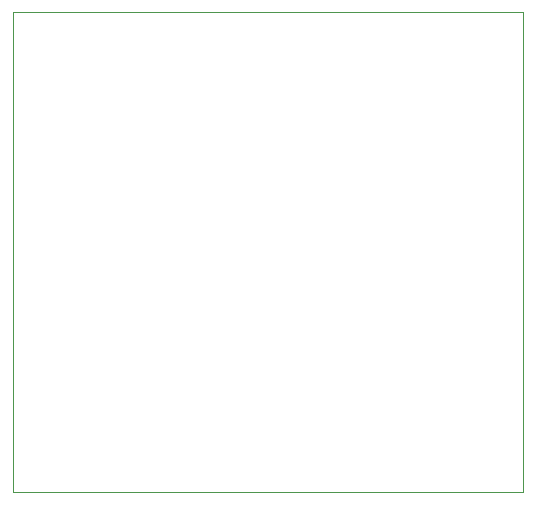
<source format=gbr>
%TF.GenerationSoftware,KiCad,Pcbnew,7.0.2*%
%TF.CreationDate,2023-06-25T00:33:43-03:00*%
%TF.ProjectId,Projeto final de EA075,50726f6a-6574-46f2-9066-696e616c2064,rev?*%
%TF.SameCoordinates,Original*%
%TF.FileFunction,Profile,NP*%
%FSLAX46Y46*%
G04 Gerber Fmt 4.6, Leading zero omitted, Abs format (unit mm)*
G04 Created by KiCad (PCBNEW 7.0.2) date 2023-06-25 00:33:43*
%MOMM*%
%LPD*%
G01*
G04 APERTURE LIST*
%TA.AperFunction,Profile*%
%ADD10C,0.100000*%
%TD*%
G04 APERTURE END LIST*
D10*
X132080000Y-66040000D02*
X175260000Y-66040000D01*
X175260000Y-106680000D01*
X132080000Y-106680000D01*
X132080000Y-66040000D01*
M02*

</source>
